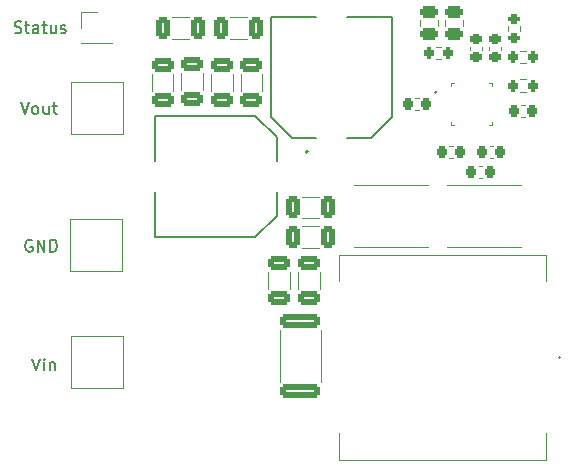
<source format=gto>
G04 #@! TF.GenerationSoftware,KiCad,Pcbnew,(6.0.5)*
G04 #@! TF.CreationDate,2023-03-07T22:57:50-08:00*
G04 #@! TF.ProjectId,12V_Converter_LM5152x-Q1,3132565f-436f-46e7-9665-727465725f4c,rev?*
G04 #@! TF.SameCoordinates,Original*
G04 #@! TF.FileFunction,Legend,Top*
G04 #@! TF.FilePolarity,Positive*
%FSLAX46Y46*%
G04 Gerber Fmt 4.6, Leading zero omitted, Abs format (unit mm)*
G04 Created by KiCad (PCBNEW (6.0.5)) date 2023-03-07 22:57:50*
%MOMM*%
%LPD*%
G01*
G04 APERTURE LIST*
G04 Aperture macros list*
%AMRoundRect*
0 Rectangle with rounded corners*
0 $1 Rounding radius*
0 $2 $3 $4 $5 $6 $7 $8 $9 X,Y pos of 4 corners*
0 Add a 4 corners polygon primitive as box body*
4,1,4,$2,$3,$4,$5,$6,$7,$8,$9,$2,$3,0*
0 Add four circle primitives for the rounded corners*
1,1,$1+$1,$2,$3*
1,1,$1+$1,$4,$5*
1,1,$1+$1,$6,$7*
1,1,$1+$1,$8,$9*
0 Add four rect primitives between the rounded corners*
20,1,$1+$1,$2,$3,$4,$5,0*
20,1,$1+$1,$4,$5,$6,$7,0*
20,1,$1+$1,$6,$7,$8,$9,0*
20,1,$1+$1,$8,$9,$2,$3,0*%
G04 Aperture macros list end*
%ADD10C,0.150000*%
%ADD11C,0.120000*%
%ADD12C,0.127000*%
%ADD13C,0.200000*%
%ADD14C,0.100000*%
%ADD15RoundRect,0.250000X0.650000X-0.325000X0.650000X0.325000X-0.650000X0.325000X-0.650000X-0.325000X0*%
%ADD16RoundRect,0.225000X-0.225000X-0.250000X0.225000X-0.250000X0.225000X0.250000X-0.225000X0.250000X0*%
%ADD17RoundRect,0.225000X-0.250000X0.225000X-0.250000X-0.225000X0.250000X-0.225000X0.250000X0.225000X0*%
%ADD18RoundRect,0.250000X-0.650000X0.325000X-0.650000X-0.325000X0.650000X-0.325000X0.650000X0.325000X0*%
%ADD19RoundRect,0.200000X0.275000X-0.200000X0.275000X0.200000X-0.275000X0.200000X-0.275000X-0.200000X0*%
%ADD20RoundRect,0.250000X0.325000X0.650000X-0.325000X0.650000X-0.325000X-0.650000X0.325000X-0.650000X0*%
%ADD21RoundRect,0.250000X-1.425000X0.362500X-1.425000X-0.362500X1.425000X-0.362500X1.425000X0.362500X0*%
%ADD22R,4.000000X4.000000*%
%ADD23R,2.000000X4.100000*%
%ADD24R,0.600000X0.240000*%
%ADD25R,0.240000X0.600000*%
%ADD26R,0.600000X0.239283*%
%ADD27R,2.050000X2.050000*%
%ADD28RoundRect,0.225000X0.225000X0.250000X-0.225000X0.250000X-0.225000X-0.250000X0.225000X-0.250000X0*%
%ADD29R,0.711200X0.508000*%
%ADD30R,3.022600X12.192000*%
%ADD31RoundRect,0.200000X0.200000X0.275000X-0.200000X0.275000X-0.200000X-0.275000X0.200000X-0.275000X0*%
%ADD32RoundRect,0.250000X-0.475000X0.250000X-0.475000X-0.250000X0.475000X-0.250000X0.475000X0.250000X0*%
%ADD33R,4.100000X2.000000*%
%ADD34RoundRect,0.200000X-0.200000X-0.275000X0.200000X-0.275000X0.200000X0.275000X-0.200000X0.275000X0*%
%ADD35RoundRect,0.250000X-0.325000X-0.650000X0.325000X-0.650000X0.325000X0.650000X-0.325000X0.650000X0*%
%ADD36R,1.700000X1.700000*%
G04 APERTURE END LIST*
D10*
X62799390Y-99303180D02*
X63132723Y-100303180D01*
X63466057Y-99303180D01*
X63942247Y-100303180D02*
X63847009Y-100255561D01*
X63799390Y-100207942D01*
X63751771Y-100112704D01*
X63751771Y-99826990D01*
X63799390Y-99731752D01*
X63847009Y-99684133D01*
X63942247Y-99636514D01*
X64085104Y-99636514D01*
X64180342Y-99684133D01*
X64227961Y-99731752D01*
X64275580Y-99826990D01*
X64275580Y-100112704D01*
X64227961Y-100207942D01*
X64180342Y-100255561D01*
X64085104Y-100303180D01*
X63942247Y-100303180D01*
X65132723Y-99636514D02*
X65132723Y-100303180D01*
X64704152Y-99636514D02*
X64704152Y-100160323D01*
X64751771Y-100255561D01*
X64847009Y-100303180D01*
X64989866Y-100303180D01*
X65085104Y-100255561D01*
X65132723Y-100207942D01*
X65466057Y-99636514D02*
X65847009Y-99636514D01*
X65608914Y-99303180D02*
X65608914Y-100160323D01*
X65656533Y-100255561D01*
X65751771Y-100303180D01*
X65847009Y-100303180D01*
X63738095Y-111000000D02*
X63642857Y-110952380D01*
X63500000Y-110952380D01*
X63357142Y-111000000D01*
X63261904Y-111095238D01*
X63214285Y-111190476D01*
X63166666Y-111380952D01*
X63166666Y-111523809D01*
X63214285Y-111714285D01*
X63261904Y-111809523D01*
X63357142Y-111904761D01*
X63500000Y-111952380D01*
X63595238Y-111952380D01*
X63738095Y-111904761D01*
X63785714Y-111857142D01*
X63785714Y-111523809D01*
X63595238Y-111523809D01*
X64214285Y-111952380D02*
X64214285Y-110952380D01*
X64785714Y-111952380D01*
X64785714Y-110952380D01*
X65261904Y-111952380D02*
X65261904Y-110952380D01*
X65500000Y-110952380D01*
X65642857Y-111000000D01*
X65738095Y-111095238D01*
X65785714Y-111190476D01*
X65833333Y-111380952D01*
X65833333Y-111523809D01*
X65785714Y-111714285D01*
X65738095Y-111809523D01*
X65642857Y-111904761D01*
X65500000Y-111952380D01*
X65261904Y-111952380D01*
X63756590Y-121006380D02*
X64089923Y-122006380D01*
X64423257Y-121006380D01*
X64756590Y-122006380D02*
X64756590Y-121339714D01*
X64756590Y-121006380D02*
X64708971Y-121054000D01*
X64756590Y-121101619D01*
X64804209Y-121054000D01*
X64756590Y-121006380D01*
X64756590Y-121101619D01*
X65232780Y-121339714D02*
X65232780Y-122006380D01*
X65232780Y-121434952D02*
X65280400Y-121387333D01*
X65375638Y-121339714D01*
X65518495Y-121339714D01*
X65613733Y-121387333D01*
X65661352Y-121482571D01*
X65661352Y-122006380D01*
X62258133Y-93404761D02*
X62400990Y-93452380D01*
X62639085Y-93452380D01*
X62734323Y-93404761D01*
X62781942Y-93357142D01*
X62829561Y-93261904D01*
X62829561Y-93166666D01*
X62781942Y-93071428D01*
X62734323Y-93023809D01*
X62639085Y-92976190D01*
X62448609Y-92928571D01*
X62353371Y-92880952D01*
X62305752Y-92833333D01*
X62258133Y-92738095D01*
X62258133Y-92642857D01*
X62305752Y-92547619D01*
X62353371Y-92500000D01*
X62448609Y-92452380D01*
X62686704Y-92452380D01*
X62829561Y-92500000D01*
X63115276Y-92785714D02*
X63496228Y-92785714D01*
X63258133Y-92452380D02*
X63258133Y-93309523D01*
X63305752Y-93404761D01*
X63400990Y-93452380D01*
X63496228Y-93452380D01*
X64258133Y-93452380D02*
X64258133Y-92928571D01*
X64210514Y-92833333D01*
X64115276Y-92785714D01*
X63924800Y-92785714D01*
X63829561Y-92833333D01*
X64258133Y-93404761D02*
X64162895Y-93452380D01*
X63924800Y-93452380D01*
X63829561Y-93404761D01*
X63781942Y-93309523D01*
X63781942Y-93214285D01*
X63829561Y-93119047D01*
X63924800Y-93071428D01*
X64162895Y-93071428D01*
X64258133Y-93023809D01*
X64591466Y-92785714D02*
X64972419Y-92785714D01*
X64734323Y-92452380D02*
X64734323Y-93309523D01*
X64781942Y-93404761D01*
X64877180Y-93452380D01*
X64972419Y-93452380D01*
X65734323Y-92785714D02*
X65734323Y-93452380D01*
X65305752Y-92785714D02*
X65305752Y-93309523D01*
X65353371Y-93404761D01*
X65448609Y-93452380D01*
X65591466Y-93452380D01*
X65686704Y-93404761D01*
X65734323Y-93357142D01*
X66162895Y-93404761D02*
X66258133Y-93452380D01*
X66448609Y-93452380D01*
X66543847Y-93404761D01*
X66591466Y-93309523D01*
X66591466Y-93261904D01*
X66543847Y-93166666D01*
X66448609Y-93119047D01*
X66305752Y-93119047D01*
X66210514Y-93071428D01*
X66162895Y-92976190D01*
X66162895Y-92928571D01*
X66210514Y-92833333D01*
X66305752Y-92785714D01*
X66448609Y-92785714D01*
X66543847Y-92833333D01*
D11*
X85542800Y-115106502D02*
X85542800Y-113683998D01*
X83722800Y-115106502D02*
X83722800Y-113683998D01*
X96176220Y-98956400D02*
X96457380Y-98956400D01*
X96176220Y-99976400D02*
X96457380Y-99976400D01*
X102410800Y-94601420D02*
X102410800Y-94882580D01*
X103430800Y-94601420D02*
X103430800Y-94882580D01*
X83210000Y-96888748D02*
X83210000Y-98311252D01*
X81390000Y-96888748D02*
X81390000Y-98311252D01*
X104023900Y-93302858D02*
X104023900Y-92828342D01*
X105068900Y-93302858D02*
X105068900Y-92828342D01*
X81911252Y-92090000D02*
X80488748Y-92090000D01*
X81911252Y-93910000D02*
X80488748Y-93910000D01*
X84751600Y-118618986D02*
X84751600Y-122973114D01*
X88171600Y-118618986D02*
X88171600Y-122973114D01*
X71400000Y-123500000D02*
X67000000Y-123500000D01*
X67000000Y-119100000D02*
X71400000Y-119100000D01*
X71400000Y-119100000D02*
X71400000Y-123500000D01*
X67000000Y-123500000D02*
X67000000Y-119100000D01*
D12*
X94250000Y-92050000D02*
X90420000Y-92050000D01*
X85750000Y-102350000D02*
X87780000Y-102350000D01*
X87780000Y-92050000D02*
X83950000Y-92050000D01*
X90420000Y-102350000D02*
X92450000Y-102350000D01*
X92450000Y-102350000D02*
X94250000Y-100550000D01*
X94250000Y-100550000D02*
X94250000Y-92050000D01*
X83950000Y-92050000D02*
X83950000Y-100550000D01*
X83950000Y-100550000D02*
X85750000Y-102350000D01*
D13*
X87100000Y-103500000D02*
G75*
G03*
X87100000Y-103500000I-100000J0D01*
G01*
D11*
X99189601Y-97966400D02*
X99189601Y-97716401D01*
X99189601Y-101216399D02*
X99189601Y-100966400D01*
X102689599Y-101216399D02*
X102689599Y-100966400D01*
X102689599Y-97966400D02*
X102689599Y-97716401D01*
X102439600Y-97716401D02*
X102689599Y-97716401D01*
X102439600Y-101216399D02*
X102689599Y-101216399D01*
X99189601Y-97716401D02*
X99439600Y-97716401D01*
X99189601Y-101216399D02*
X99439600Y-101216399D01*
X98035491Y-98466399D02*
G75*
G03*
X98035491Y-98466399I-125001J0D01*
G01*
X99352980Y-103020400D02*
X99071820Y-103020400D01*
X99352980Y-104040400D02*
X99071820Y-104040400D01*
X91008200Y-111531400D02*
X97256600Y-111531400D01*
X97256600Y-106273600D02*
X91008200Y-106273600D01*
X107263000Y-114471260D02*
X107263000Y-112200500D01*
X89737000Y-127328740D02*
X89737000Y-129599500D01*
X107263000Y-129599500D02*
X107263000Y-127328740D01*
X89737000Y-129599500D02*
X107263000Y-129599500D01*
X89737000Y-112200500D02*
X89737000Y-114471260D01*
X107263000Y-112200500D02*
X89737000Y-112200500D01*
X108482200Y-120900000D02*
G75*
G03*
X108482200Y-120900000I-76200J0D01*
G01*
X66973600Y-113598400D02*
X66973600Y-109198400D01*
X71373600Y-109198400D02*
X71373600Y-113598400D01*
X71373600Y-113598400D02*
X66973600Y-113598400D01*
X66973600Y-109198400D02*
X71373600Y-109198400D01*
X105545658Y-98414100D02*
X105071142Y-98414100D01*
X105545658Y-97369100D02*
X105071142Y-97369100D01*
X105130600Y-106279950D02*
X98882200Y-106279950D01*
X98882200Y-111537750D02*
X105130600Y-111537750D01*
X100201400Y-92347148D02*
X100201400Y-92869652D01*
X98731400Y-92347148D02*
X98731400Y-92869652D01*
X67000000Y-102000000D02*
X67000000Y-97600000D01*
X67000000Y-97600000D02*
X71400000Y-97600000D01*
X71400000Y-97600000D02*
X71400000Y-102000000D01*
X71400000Y-102000000D02*
X67000000Y-102000000D01*
D12*
X74150000Y-110750000D02*
X82650000Y-110750000D01*
X84450000Y-104280000D02*
X84450000Y-102250000D01*
X74150000Y-100450000D02*
X74150000Y-104280000D01*
X84450000Y-108950000D02*
X84450000Y-106920000D01*
X82650000Y-110750000D02*
X84450000Y-108950000D01*
X74150000Y-106920000D02*
X74150000Y-110750000D01*
X84450000Y-102250000D02*
X82650000Y-100450000D01*
X82650000Y-100450000D02*
X74150000Y-100450000D01*
D13*
X85700000Y-107700000D02*
G75*
G03*
X85700000Y-107700000I-100000J0D01*
G01*
D11*
X73890000Y-96888748D02*
X73890000Y-98311252D01*
X75710000Y-96888748D02*
X75710000Y-98311252D01*
X102475420Y-104040400D02*
X102756580Y-104040400D01*
X102475420Y-103020400D02*
X102756580Y-103020400D01*
X97908342Y-95670900D02*
X98382858Y-95670900D01*
X97908342Y-94625900D02*
X98382858Y-94625900D01*
X80710000Y-96888748D02*
X80710000Y-98311252D01*
X78890000Y-96888748D02*
X78890000Y-98311252D01*
X105071142Y-95975700D02*
X105545658Y-95975700D01*
X105071142Y-94930700D02*
X105545658Y-94930700D01*
X86588748Y-109110000D02*
X88011252Y-109110000D01*
X86588748Y-107290000D02*
X88011252Y-107290000D01*
X78210000Y-96863748D02*
X78210000Y-98286252D01*
X76390000Y-96863748D02*
X76390000Y-98286252D01*
X77011252Y-92090000D02*
X75588748Y-92090000D01*
X77011252Y-93910000D02*
X75588748Y-93910000D01*
X86588748Y-111610000D02*
X88011252Y-111610000D01*
X86588748Y-109790000D02*
X88011252Y-109790000D01*
X86262800Y-115106502D02*
X86262800Y-113683998D01*
X88082800Y-115106502D02*
X88082800Y-113683998D01*
X67870000Y-93000000D02*
X67870000Y-91670000D01*
X67870000Y-91670000D02*
X69200000Y-91670000D01*
X70530000Y-94270000D02*
X70530000Y-94330000D01*
X67870000Y-94270000D02*
X70530000Y-94270000D01*
X67870000Y-94270000D02*
X67870000Y-94330000D01*
X67870000Y-94330000D02*
X70530000Y-94330000D01*
X105167820Y-100535200D02*
X105448980Y-100535200D01*
X105167820Y-99515200D02*
X105448980Y-99515200D01*
X100785200Y-94601420D02*
X100785200Y-94882580D01*
X101805200Y-94601420D02*
X101805200Y-94882580D01*
X98067800Y-92347148D02*
X98067800Y-92869652D01*
X96597800Y-92347148D02*
X96597800Y-92869652D01*
X101561020Y-105716800D02*
X101842180Y-105716800D01*
X101561020Y-104696800D02*
X101842180Y-104696800D01*
%LPC*%
G36*
X91577998Y-106908600D02*
G01*
X95413398Y-106908600D01*
X95413398Y-110896400D01*
X91577998Y-110896400D01*
X91578001Y-111061500D01*
X90866801Y-111061500D01*
X90866801Y-110553500D01*
X91578001Y-110553500D01*
X91578001Y-109791500D01*
X90866801Y-109791500D01*
X90866801Y-109283500D01*
X91578001Y-109283500D01*
X91578001Y-108521500D01*
X90866801Y-108521500D01*
X90866801Y-108013500D01*
X91578001Y-108013500D01*
X91578001Y-107251500D01*
X90866801Y-107251500D01*
X90866801Y-106743500D01*
X91578001Y-106743500D01*
X91577998Y-106908600D01*
G37*
D14*
X91577998Y-106908600D02*
X95413398Y-106908600D01*
X95413398Y-110896400D01*
X91577998Y-110896400D01*
X91578001Y-111061500D01*
X90866801Y-111061500D01*
X90866801Y-110553500D01*
X91578001Y-110553500D01*
X91578001Y-109791500D01*
X90866801Y-109791500D01*
X90866801Y-109283500D01*
X91578001Y-109283500D01*
X91578001Y-108521500D01*
X90866801Y-108521500D01*
X90866801Y-108013500D01*
X91578001Y-108013500D01*
X91578001Y-107251500D01*
X90866801Y-107251500D01*
X90866801Y-106743500D01*
X91578001Y-106743500D01*
X91577998Y-106908600D01*
G36*
X99451998Y-106914950D02*
G01*
X103287398Y-106914950D01*
X103287398Y-110902750D01*
X99451998Y-110902750D01*
X99452001Y-111067850D01*
X98740801Y-111067850D01*
X98740801Y-110559850D01*
X99452001Y-110559850D01*
X99452001Y-109797850D01*
X98740801Y-109797850D01*
X98740801Y-109289850D01*
X99452001Y-109289850D01*
X99452001Y-108527850D01*
X98740801Y-108527850D01*
X98740801Y-108019850D01*
X99452001Y-108019850D01*
X99452001Y-107257850D01*
X98740801Y-107257850D01*
X98740801Y-106749850D01*
X99452001Y-106749850D01*
X99451998Y-106914950D01*
G37*
X99451998Y-106914950D02*
X103287398Y-106914950D01*
X103287398Y-110902750D01*
X99451998Y-110902750D01*
X99452001Y-111067850D01*
X98740801Y-111067850D01*
X98740801Y-110559850D01*
X99452001Y-110559850D01*
X99452001Y-109797850D01*
X98740801Y-109797850D01*
X98740801Y-109289850D01*
X99452001Y-109289850D01*
X99452001Y-108527850D01*
X98740801Y-108527850D01*
X98740801Y-108019850D01*
X99452001Y-108019850D01*
X99452001Y-107257850D01*
X98740801Y-107257850D01*
X98740801Y-106749850D01*
X99452001Y-106749850D01*
X99451998Y-106914950D01*
D15*
X84632800Y-115870250D03*
X84632800Y-112920250D03*
D16*
X95541800Y-99466400D03*
X97091800Y-99466400D03*
D17*
X102920800Y-93967000D03*
X102920800Y-95517000D03*
D18*
X82300000Y-96125000D03*
X82300000Y-99075000D03*
D19*
X104546400Y-93890600D03*
X104546400Y-92240600D03*
D20*
X82675000Y-93000000D03*
X79725000Y-93000000D03*
D21*
X86461600Y-117833550D03*
X86461600Y-123758550D03*
D22*
X69200000Y-121300000D03*
D23*
X89100000Y-101550000D03*
X89100000Y-92850000D03*
D24*
X99339600Y-98466399D03*
X99339600Y-98966401D03*
X99339600Y-99466400D03*
X99339600Y-99966402D03*
X99339600Y-100466401D03*
D25*
X99939599Y-101066400D03*
X100439601Y-101066400D03*
X100939600Y-101066400D03*
X101439602Y-101066400D03*
X101939601Y-101066400D03*
D26*
X102539600Y-100466400D03*
X102539600Y-99966400D03*
D24*
X102539600Y-99466400D03*
X102539600Y-98966400D03*
X102539600Y-98466399D03*
D25*
X101939600Y-97866400D03*
X101439600Y-97866400D03*
X100939600Y-97866400D03*
X100439600Y-97866400D03*
X99939599Y-97866400D03*
D27*
X100939600Y-99466400D03*
D28*
X99987400Y-103530400D03*
X98437400Y-103530400D03*
D29*
X97042399Y-110807500D03*
X97042399Y-109537500D03*
X97042399Y-108267500D03*
X97042399Y-106997500D03*
X91222401Y-106997500D03*
X91222401Y-108267500D03*
X91222401Y-109537500D03*
X91222401Y-110807500D03*
D30*
X105777100Y-120900000D03*
X91222900Y-120900000D03*
D22*
X69173600Y-111398400D03*
D31*
X106133400Y-97891600D03*
X104483400Y-97891600D03*
D29*
X104916399Y-110813850D03*
X104916399Y-109543850D03*
X104916399Y-108273850D03*
X104916399Y-107003850D03*
X99096401Y-107003850D03*
X99096401Y-108273850D03*
X99096401Y-109543850D03*
X99096401Y-110813850D03*
D32*
X99466400Y-91658400D03*
X99466400Y-93558400D03*
D22*
X69200000Y-99800000D03*
D33*
X83650000Y-105600000D03*
X74950000Y-105600000D03*
D18*
X74800000Y-96125000D03*
X74800000Y-99075000D03*
D16*
X101841000Y-103530400D03*
X103391000Y-103530400D03*
D34*
X97320600Y-95148400D03*
X98970600Y-95148400D03*
D18*
X79800000Y-96125000D03*
X79800000Y-99075000D03*
D34*
X104483400Y-95453200D03*
X106133400Y-95453200D03*
D35*
X85825000Y-108200000D03*
X88775000Y-108200000D03*
D18*
X77300000Y-96100000D03*
X77300000Y-99050000D03*
D20*
X77775000Y-93000000D03*
X74825000Y-93000000D03*
D35*
X85825000Y-110700000D03*
X88775000Y-110700000D03*
D15*
X87172800Y-115870250D03*
X87172800Y-112920250D03*
D36*
X69200000Y-93000000D03*
D16*
X104533400Y-100025200D03*
X106083400Y-100025200D03*
D17*
X101295200Y-93967000D03*
X101295200Y-95517000D03*
D32*
X97332800Y-91658400D03*
X97332800Y-93558400D03*
D16*
X100926600Y-105206800D03*
X102476600Y-105206800D03*
M02*

</source>
